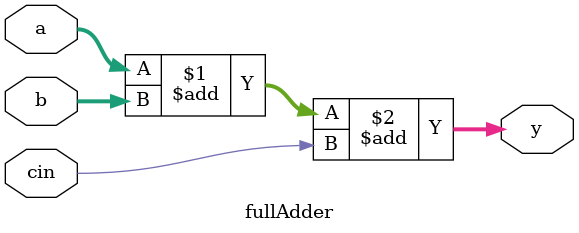
<source format=v>
module alu(input [31:0] a, b, input [2:0] f, output [31:0] y, output zero);

reg [31:0] addB;	// signal fed to full adder
wire [31:0] addY;	// number from full adder
wire [31:0] aandb;	// A & (~)B
wire [31:0] aorb;	// A | (~)B
wire [31:0] asltb;	// A SLT B

fullAdder FA(a, addB, f[2], addY);

// Bitwise operations
assign aandb = (a & addB);
assign aorb = (a | addB);

// SLT from sign bit of adder result, zero extend
assign asltb[31:1] = 31'b0000000000000000000000000000000;
assign asltb[0] = (addY[31] == 1);

// Buffer for output
reg[31:0] y_out;
assign y = y_out;

// Maps B/~B as appropriate, output to correct function result
always @ * begin
case(f[2])
	0: addB = b;
	1: addB = ~b;
	default: addB = 32'h00000000;
endcase
case(f)
	0: y_out = aandb; 
	1: y_out = aorb;
	2: y_out = addY;
	4: y_out = aandb;
	5: y_out = aorb;
	6: y_out = addY;
	7: y_out = asltb;
	default: y_out = 32'h00000000;
endcase
end

// If output is zero, toggle zero line
assign zero = (y == 32'h00000000);

endmodule 

module fullAdder(input [31:0] a, b, input cin, output [31:0] y);
	assign y = a + b + cin;
endmodule
</source>
